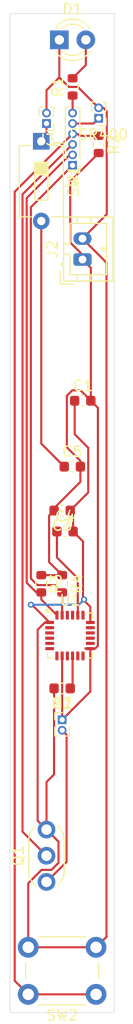
<source format=kicad_pcb>
(kicad_pcb (version 20240108) (generator "pcbnew") (generator_version "8.0")
  (title_block (title "pen") (rev "version1") (company "Shiyi"))
  (layers (0 "F.Cu" signal) (31 "B.Cu" signal) (34 "B.Paste" user) (35 "F.Paste" user) (36 "B.SilkS" user "B.Silkscreen") (37 "F.SilkS" user "F.Silkscreen") (38 "B.Mask" user) (39 "F.Mask" user) (44 "Edge.Cuts" user))
  (net 0 "")
  (net 1 "Net-(J2-Pin_1)")
  (net 2 "Net-(D1-K)")
  (net 3 "Net-(U1-REGOUT)")
  (net 4 "Net-(U1-CPOUT)")
  (net 5 "Net-(D1-A)")
  (net 6 "Net-(J1-Pin_5)")
  (net 7 "Net-(J1-Pin_1)")
  (net 8 "Net-(J1-Pin_3)")
  (net 9 "Net-(J1-Pin_6)")
  (net 10 "Net-(J1-Pin_4)")
  (net 11 "Net-(J1-Pin_2)")
  (net 12 "Net-(J3-Pin_1)")
  (net 13 "Net-(M1--)")
  (net 30 "Net-(SW1-B)")
  (footprint "Button_Switch_THT:SW_DIP_SPSTx01_Slide_6.7x4.1mm_W7.62mm_P2.54mm_LowProfile" (layer "F.Cu") (at 153 32.7 -90)
    (property "Reference" "SW1" (at 3.81 -3.11 90) (layer "F.SilkS"))
    (property "Value" "SW_SPST")
    (fp_line (start 0.4 2.11) (end 7.221 2.11) (stroke (width 0.12)) (layer "F.SilkS"))
    (fp_line (start 0.4 1.04) (end 0.4 2.11) (stroke (width 0.12)) (layer "F.SilkS"))
    (fp_line (start 7.221 0.99) (end 7.221 2.11) (stroke (width 0.12)) (layer "F.SilkS"))
    (fp_line (start 2 0.635) (end 5.62 0.635) (stroke (width 0.12)) (layer "F.SilkS"))
    (fp_line (start 5.62 0.635) (end 5.62 -0.635) (stroke (width 0.12)) (layer "F.SilkS"))
    (fp_line (start 2 0.565) (end 3.206667 0.565) (stroke (width 0.12)) (layer "F.SilkS"))
    (fp_line (start 2 0.445) (end 3.206667 0.445) (stroke (width 0.12)) (layer "F.SilkS"))
    (fp_line (start 2 0.325) (end 3.206667 0.325) (stroke (width 0.12)) (layer "F.SilkS"))
    (fp_line (start 2 0.205) (end 3.206667 0.205) (stroke (width 0.12)) (layer "F.SilkS"))
    (fp_line (start 2 0.085) (end 3.206667 0.085) (stroke (width 0.12)) (layer "F.SilkS"))
    (fp_line (start 2 -0.035) (end 3.206667 -0.035) (stroke (width 0.12)) (layer "F.SilkS"))
    (fp_line (start 2 -0.155) (end 3.206667 -0.155) (stroke (width 0.12)) (layer "F.SilkS"))
    (fp_line (start 2 -0.275) (end 3.206667 -0.275) (stroke (width 0.12)) (layer "F.SilkS"))
    (fp_line (start 2 -0.395) (end 3.206667 -0.395) (stroke (width 0.12)) (layer "F.SilkS"))
    (fp_line (start 2 -0.515) (end 3.206667 -0.515) (stroke (width 0.12)) (layer "F.SilkS"))
    (fp_line (start 2 -0.635) (end 2 0.635) (stroke (width 0.12)) (layer "F.SilkS"))
    (fp_line (start 3.206667 -0.635) (end 3.206667 0.635) (stroke (width 0.12)) (layer "F.SilkS"))
    (fp_line (start 5.62 -0.635) (end 2 -0.635) (stroke (width 0.12)) (layer "F.SilkS"))
    (fp_line (start 0.4 -2.11) (end 0.4 -1.04) (stroke (width 0.12)) (layer "F.SilkS"))
    (fp_line (start 0.4 -2.11) (end 7.221 -2.11) (stroke (width 0.12)) (layer "F.SilkS"))
    (fp_line (start 7.221 -2.11) (end 7.221 -0.99) (stroke (width 0.12)) (layer "F.SilkS"))
    (fp_line (start 0.16 -2.35) (end 0.16 -1.04) (stroke (width 0.12)) (layer "F.SilkS"))
    (fp_line (start 0.16 -2.35) (end 1.543 -2.35) (stroke (width 0.12)) (layer "F.SilkS"))
    (pad "1" thru_hole rect (at 0 0 270) (size 1.6 1.6) (drill 0.8) (layers "*.Cu" "*.Mask") (net 12 "Net-(J3-Pin_1)"))
    (pad "2" thru_hole oval (at 7.62 0 270) (size 1.6 1.6) (drill 0.8) (layers "*.Cu" "*.Mask") (net 30 "Net-(SW1-B)"))
  )
  (footprint "Resistor_SMD:R_0603_1608Metric" (layer "F.Cu") (at 155 75 -90)
    (property "Reference" "R4" (at 0 -1.43 90) (layer "F.SilkS"))
    (property "Value" "4.7K")
    (fp_line (start -0.237258 0.5225) (end 0.237258 0.5225) (stroke (width 0.12)) (layer "F.SilkS"))
    (fp_line (start -0.237258 -0.5225) (end 0.237258 -0.5225) (stroke (width 0.12)) (layer "F.SilkS"))
    (pad "1" smd roundrect (at -0.825 0 270) (size 0.8 0.95) (layers "F.Cu" "F.Paste" "F.Mask") (net 1 "Net-(J2-Pin_1)"))
    (pad "2" smd roundrect (at 0.825 0 270) (size 0.8 0.95) (layers "F.Cu" "F.Paste" "F.Mask") (net 7 "Net-(J1-Pin_1)"))
  )
  (footprint "Connector_PinHeader_1.00mm:PinHeader_1x02_P1.00mm_Vertical" (layer "F.Cu") (at 158.5 30.5 180)
    (property "Reference" "FSR400" (at 0 -1.56 0) (layer "F.SilkS"))
    (property "Value" "10K")
    (fp_line (start 0.695 0.685) (end 0.695 1.56) (stroke (width 0.12)) (layer "F.SilkS"))
    (fp_line (start 0.608276 0.685) (end 0.695 0.685) (stroke (width 0.12)) (layer "F.SilkS"))
    (fp_line (start 0.394493 1.56) (end 0.695 1.56) (stroke (width 0.12)) (layer "F.SilkS"))
    (fp_line (start -0.695 1.56) (end -0.394493 1.56) (stroke (width 0.12)) (layer "F.SilkS"))
    (fp_line (start -0.695 0.685) (end -0.608276 0.685) (stroke (width 0.12)) (layer "F.SilkS"))
    (fp_line (start -0.695 0.685) (end -0.695 1.56) (stroke (width 0.12)) (layer "F.SilkS"))
    (fp_line (start -0.695 0) (end -0.695 -0.685) (stroke (width 0.12)) (layer "F.SilkS"))
    (fp_line (start -0.695 -0.685) (end 0 -0.685) (stroke (width 0.12)) (layer "F.SilkS"))
    (pad "1" thru_hole rect (at 0 0 180) (size 0.85 0.85) (drill 0.5) (layers "*.Cu" "*.Mask") (net 6 "Net-(J1-Pin_5)"))
    (pad "2" thru_hole oval (at 0 1 180) (size 0.85 0.85) (drill 0.5) (layers "*.Cu" "*.Mask") (net 2 "Net-(D1-K)"))
  )
  (footprint "Connector_PinHeader_1.00mm:PinHeader_1x06_P1.00mm_Vertical" (layer "F.Cu") (at 156 35 180)
    (property "Reference" "J1" (at 0 -1.56 0) (layer "F.SilkS"))
    (property "Value" "Signal")
    (fp_line (start 0.695 0.685) (end 0.695 5.56) (stroke (width 0.12)) (layer "F.SilkS"))
    (fp_line (start 0.608276 0.685) (end 0.695 0.685) (stroke (width 0.12)) (layer "F.SilkS"))
    (fp_line (start 0.394493 5.56) (end 0.695 5.56) (stroke (width 0.12)) (layer "F.SilkS"))
    (fp_line (start -0.695 5.56) (end -0.394493 5.56) (stroke (width 0.12)) (layer "F.SilkS"))
    (fp_line (start -0.695 0.685) (end -0.608276 0.685) (stroke (width 0.12)) (layer "F.SilkS"))
    (fp_line (start -0.695 0.685) (end -0.695 5.56) (stroke (width 0.12)) (layer "F.SilkS"))
    (fp_line (start -0.695 0) (end -0.695 -0.685) (stroke (width 0.12)) (layer "F.SilkS"))
    (fp_line (start -0.695 -0.685) (end 0 -0.685) (stroke (width 0.12)) (layer "F.SilkS"))
    (pad "1" thru_hole rect (at 0 0 180) (size 0.85 0.85) (drill 0.5) (layers "*.Cu" "*.Mask") (net 7 "Net-(J1-Pin_1)"))
    (pad "2" thru_hole oval (at 0 1 180) (size 0.85 0.85) (drill 0.5) (layers "*.Cu" "*.Mask") (net 11 "Net-(J1-Pin_2)"))
    (pad "3" thru_hole oval (at 0 2 180) (size 0.85 0.85) (drill 0.5) (layers "*.Cu" "*.Mask") (net 8 "Net-(J1-Pin_3)"))
    (pad "4" thru_hole oval (at 0 3 180) (size 0.85 0.85) (drill 0.5) (layers "*.Cu" "*.Mask") (net 10 "Net-(J1-Pin_4)"))
    (pad "5" thru_hole oval (at 0 4 180) (size 0.85 0.85) (drill 0.5) (layers "*.Cu" "*.Mask") (net 6 "Net-(J1-Pin_5)"))
    (pad "6" thru_hole oval (at 0 5 180) (size 0.85 0.85) (drill 0.5) (layers "*.Cu" "*.Mask") (net 9 "Net-(J1-Pin_6)"))
  )
  (footprint "Sensor_Motion:InvenSense_QFN-24_4x4mm_P0.5mm" (layer "F.Cu") (at 155.75 79.95)
    (property "Reference" "U1" (at 0 -3.375 0) (layer "F.SilkS"))
    (property "Value" "MPU-6050")
    (fp_line (start -2.15 -1.685) (end -2.15 -1.91) (stroke (width 0.12)) (layer "F.SilkS"))
    (fp_line (start -2.15 2.15) (end -2.15 1.625) (stroke (width 0.12)) (layer "F.SilkS"))
    (fp_line (start -2.15 2.15) (end -1.625 2.15) (stroke (width 0.12)) (layer "F.SilkS"))
    (fp_line (start -1.625 -2.15) (end -1.85 -2.15) (stroke (width 0.12)) (layer "F.SilkS"))
    (fp_line (start 2.15 -2.15) (end 1.625 -2.15) (stroke (width 0.12)) (layer "F.SilkS"))
    (fp_line (start 2.15 -2.15) (end 2.15 -1.625) (stroke (width 0.12)) (layer "F.SilkS"))
    (fp_line (start 2.15 2.15) (end 1.625 2.15) (stroke (width 0.12)) (layer "F.SilkS"))
    (fp_line (start 2.15 2.15) (end 2.15 1.625) (stroke (width 0.12)) (layer "F.SilkS"))
    (fp_poly (pts (xy -2.15 -2.15) (xy -2.39 -2.48) (xy -1.91 -2.48) (xy -2.15 -2.15)) (stroke (width 0.12)) (fill solid) (layer "F.SilkS"))
    (pad "1" smd roundrect (at -1.95 -1.25) (size 0.85 0.3) (layers "F.Cu" "F.Paste" "F.Mask") (net 2 "Net-(D1-K)"))
    (pad "2" smd roundrect (at -1.95 -0.75) (size 0.85 0.3) (layers "F.Cu" "F.Paste" "F.Mask"))
    (pad "3" smd roundrect (at -1.95 -0.25) (size 0.85 0.3) (layers "F.Cu" "F.Paste" "F.Mask"))
    (pad "4" smd roundrect (at -1.95 0.25) (size 0.85 0.3) (layers "F.Cu" "F.Paste" "F.Mask"))
    (pad "5" smd roundrect (at -1.95 0.75) (size 0.85 0.3) (layers "F.Cu" "F.Paste" "F.Mask"))
    (pad "6" smd roundrect (at -1.95 1.25) (size 0.85 0.3) (layers "F.Cu" "F.Paste" "F.Mask"))
    (pad "7" smd roundrect (at -1.25 1.95 90) (size 0.85 0.3) (layers "F.Cu" "F.Paste" "F.Mask"))
    (pad "8" smd roundrect (at -0.75 1.95 90) (size 0.85 0.3) (layers "F.Cu" "F.Paste" "F.Mask") (net 1 "Net-(J2-Pin_1)"))
    (pad "9" smd roundrect (at -0.25 1.95 90) (size 0.85 0.3) (layers "F.Cu" "F.Paste" "F.Mask"))
    (pad "10" smd roundrect (at 0.25 1.95 90) (size 0.85 0.3) (layers "F.Cu" "F.Paste" "F.Mask") (net 3 "Net-(U1-REGOUT)"))
    (pad "11" smd roundrect (at 0.75 1.95 90) (size 0.85 0.3) (layers "F.Cu" "F.Paste" "F.Mask"))
    (pad "12" smd roundrect (at 1.25 1.95 90) (size 0.85 0.3) (layers "F.Cu" "F.Paste" "F.Mask"))
    (pad "13" smd roundrect (at 1.95 1.25) (size 0.85 0.3) (layers "F.Cu" "F.Paste" "F.Mask") (net 1 "Net-(J2-Pin_1)"))
    (pad "14" smd roundrect (at 1.95 0.75) (size 0.85 0.3) (layers "F.Cu" "F.Paste" "F.Mask"))
    (pad "15" smd roundrect (at 1.95 0.25) (size 0.85 0.3) (layers "F.Cu" "F.Paste" "F.Mask"))
    (pad "16" smd roundrect (at 1.95 -0.25) (size 0.85 0.3) (layers "F.Cu" "F.Paste" "F.Mask"))
    (pad "17" smd roundrect (at 1.95 -0.75) (size 0.85 0.3) (layers "F.Cu" "F.Paste" "F.Mask"))
    (pad "18" smd roundrect (at 1.95 -1.25) (size 0.85 0.3) (layers "F.Cu" "F.Paste" "F.Mask") (net 2 "Net-(D1-K)"))
    (pad "19" smd roundrect (at 1.25 -1.95 90) (size 0.85 0.3) (layers "F.Cu" "F.Paste" "F.Mask"))
    (pad "20" smd roundrect (at 0.75 -1.95 90) (size 0.85 0.3) (layers "F.Cu" "F.Paste" "F.Mask") (net 4 "Net-(U1-CPOUT)"))
    (pad "21" smd roundrect (at 0.25 -1.95 90) (size 0.85 0.3) (layers "F.Cu" "F.Paste" "F.Mask"))
    (pad "22" smd roundrect (at -0.25 -1.95 90) (size 0.85 0.3) (layers "F.Cu" "F.Paste" "F.Mask"))
    (pad "23" smd roundrect (at -0.75 -1.95 90) (size 0.85 0.3) (layers "F.Cu" "F.Paste" "F.Mask") (net 7 "Net-(J1-Pin_1)"))
    (pad "24" smd roundrect (at -1.25 -1.95 90) (size 0.85 0.3) (layers "F.Cu" "F.Paste" "F.Mask") (net 11 "Net-(J1-Pin_2)"))
  )
  (footprint "Capacitor_SMD:C_0603_1608Metric" (layer "F.Cu") (at 155 68 180)
    (property "Reference" "C3" (at 0 -1.43 0) (layer "F.SilkS"))
    (property "Value" "0.1U")
    (fp_line (start -0.14058 0.51) (end 0.14058 0.51) (stroke (width 0.12)) (layer "F.SilkS"))
    (fp_line (start -0.14058 -0.51) (end 0.14058 -0.51) (stroke (width 0.12)) (layer "F.SilkS"))
    (pad "1" smd roundrect (at -0.775 0 180) (size 0.9 0.95) (layers "F.Cu" "F.Paste" "F.Mask") (net 2 "Net-(D1-K)"))
    (pad "2" smd roundrect (at 0.775 0 180) (size 0.9 0.95) (layers "F.Cu" "F.Paste" "F.Mask") (net 1 "Net-(J2-Pin_1)"))
  )
  (footprint "Capacitor_SMD:C_0603_1608Metric" (layer "F.Cu") (at 155.275 70)
    (property "Reference" "C4" (at 0 -1.43 0) (layer "F.SilkS"))
    (property "Value" "2200PF")
    (fp_line (start -0.14058 -0.51) (end 0.14058 -0.51) (stroke (width 0.12)) (layer "F.SilkS"))
    (fp_line (start -0.14058 0.51) (end 0.14058 0.51) (stroke (width 0.12)) (layer "F.SilkS"))
    (pad "1" smd roundrect (at -0.775 0) (size 0.9 0.95) (layers "F.Cu" "F.Paste" "F.Mask") (net 4 "Net-(U1-CPOUT)"))
    (pad "2" smd roundrect (at 0.775 0) (size 0.9 0.95) (layers "F.Cu" "F.Paste" "F.Mask") (net 2 "Net-(D1-K)"))
  )
  (footprint "Capacitor_SMD:C_0603_1608Metric" (layer "F.Cu") (at 155 85 180)
    (property "Reference" "C2" (at 0 -1.43 0) (layer "F.SilkS"))
    (property "Value" "0.1U")
    (fp_line (start -0.14058 0.51) (end 0.14058 0.51) (stroke (width 0.12)) (layer "F.SilkS"))
    (fp_line (start -0.14058 -0.51) (end 0.14058 -0.51) (stroke (width 0.12)) (layer "F.SilkS"))
    (pad "1" smd roundrect (at -0.775 0 180) (size 0.9 0.95) (layers "F.Cu" "F.Paste" "F.Mask") (net 3 "Net-(U1-REGOUT)"))
    (pad "2" smd roundrect (at 0.775 0 180) (size 0.9 0.95) (layers "F.Cu" "F.Paste" "F.Mask") (net 2 "Net-(D1-K)"))
  )
  (footprint "Connector_PinHeader_1.00mm:PinHeader_1x02_P1.00mm_Vertical" (layer "F.Cu") (at 155 88)
    (property "Reference" "M1" (at 0 -1.56 0) (layer "F.SilkS"))
    (property "Value" "Motor_DC")
    (fp_line (start -0.695 -0.685) (end 0 -0.685) (stroke (width 0.12)) (layer "F.SilkS"))
    (fp_line (start -0.695 0) (end -0.695 -0.685) (stroke (width 0.12)) (layer "F.SilkS"))
    (fp_line (start -0.695 0.685) (end -0.695 1.56) (stroke (width 0.12)) (layer "F.SilkS"))
    (fp_line (start -0.695 0.685) (end -0.608276 0.685) (stroke (width 0.12)) (layer "F.SilkS"))
    (fp_line (start -0.695 1.56) (end -0.394493 1.56) (stroke (width 0.12)) (layer "F.SilkS"))
    (fp_line (start 0.394493 1.56) (end 0.695 1.56) (stroke (width 0.12)) (layer "F.SilkS"))
    (fp_line (start 0.608276 0.685) (end 0.695 0.685) (stroke (width 0.12)) (layer "F.SilkS"))
    (fp_line (start 0.695 0.685) (end 0.695 1.56) (stroke (width 0.12)) (layer "F.SilkS"))
    (pad "1" thru_hole rect (at 0 0) (size 0.85 0.85) (drill 0.5) (layers "*.Cu" "*.Mask") (net 1 "Net-(J2-Pin_1)"))
    (pad "2" thru_hole oval (at 0 1) (size 0.85 0.85) (drill 0.5) (layers "*.Cu" "*.Mask") (net 13 "Net-(M1--)"))
  )
  (footprint "Button_Switch_THT:SW_PUSH_6mm" (layer "F.Cu") (at 158.25 114.25 180)
    (property "Reference" "SW2" (at 3.25 -2 0) (layer "F.SilkS"))
    (property "Value" "SW_Push")
    (fp_line (start 6.75 3) (end 6.75 1.5) (stroke (width 0.12)) (layer "F.SilkS"))
    (fp_line (start 5.5 -1) (end 1 -1) (stroke (width 0.12)) (layer "F.SilkS"))
    (fp_line (start 1 5.5) (end 5.5 5.5) (stroke (width 0.12)) (layer "F.SilkS"))
    (fp_line (start -0.25 1.5) (end -0.25 3) (stroke (width 0.12)) (layer "F.SilkS"))
    (pad "1" thru_hole circle (at 0 0 270) (size 2 2) (drill 1.1) (layers "*.Cu" "*.Mask") (net 10 "Net-(J1-Pin_4)"))
    (pad "1" thru_hole circle (at 6.5 0 270) (size 2 2) (drill 1.1) (layers "*.Cu" "*.Mask") (net 10 "Net-(J1-Pin_4)"))
    (pad "2" thru_hole circle (at 0 4.5 270) (size 2 2) (drill 1.1) (layers "*.Cu" "*.Mask") (net 2 "Net-(D1-K)"))
    (pad "2" thru_hole circle (at 6.5 4.5 270) (size 2 2) (drill 1.1) (layers "*.Cu" "*.Mask") (net 2 "Net-(D1-K)"))
  )
  (footprint "Resistor_SMD:R_0603_1608Metric" (layer "F.Cu") (at 153 75 -90)
    (property "Reference" "R3" (at 0 -1.43 90) (layer "F.SilkS"))
    (property "Value" "4.7K")
    (fp_line (start -0.237258 0.5225) (end 0.237258 0.5225) (stroke (width 0.12)) (layer "F.SilkS"))
    (fp_line (start -0.237258 -0.5225) (end 0.237258 -0.5225) (stroke (width 0.12)) (layer "F.SilkS"))
    (pad "1" smd roundrect (at -0.825 0 270) (size 0.8 0.95) (layers "F.Cu" "F.Paste" "F.Mask") (net 1 "Net-(J2-Pin_1)"))
    (pad "2" smd roundrect (at 0.825 0 270) (size 0.8 0.95) (layers "F.Cu" "F.Paste" "F.Mask") (net 11 "Net-(J1-Pin_2)"))
  )
  (footprint "LED_THT:LED_D3.0mm" (layer "F.Cu") (at 154.73 23)
    (property "Reference" "D1" (at 1.27 -2.96 0) (layer "F.SilkS"))
    (property "Value" "LED")
    (fp_line (start -0.29 -1.236) (end -0.29 -1.08) (stroke (width 0.12)) (layer "F.SilkS"))
    (fp_line (start -0.29 1.08) (end -0.29 1.236) (stroke (width 0.12)) (layer "F.SilkS"))
    (fp_arc (start -0.29 -1.235516) (mid 1.365624 -1.987701) (end 2.941397 -1.080061) (stroke (width 0.12)) (layer "F.SilkS"))
    (fp_arc (start 0.229039 -1.08) (mid 1.269965 -1.5) (end 2.31091 -1.080049) (stroke (width 0.12)) (layer "F.SilkS"))
    (fp_arc (start 2.31091 1.080049) (mid 1.269965 1.5) (end 0.229039 1.08) (stroke (width 0.12)) (layer "F.SilkS"))
    (fp_arc (start 2.941397 1.080061) (mid 1.365624 1.987701) (end -0.29 1.235516) (stroke (width 0.12)) (layer "F.SilkS"))
    (pad "1" thru_hole rect (at 0 0) (size 1.8 1.8) (drill 0.9) (layers "*.Cu" "*.Mask") (net 2 "Net-(D1-K)"))
    (pad "2" thru_hole circle (at 2.54 0) (size 1.8 1.8) (drill 0.9) (layers "*.Cu" "*.Mask") (net 5 "Net-(D1-A)"))
  )
  (footprint "Capacitor_SMD:C_0603_1608Metric" (layer "F.Cu") (at 156.975 57.5)
    (property "Reference" "C1" (at 0 -1.43 0) (layer "F.SilkS"))
    (property "Value" "0.1U")
    (fp_line (start -0.14058 -0.51) (end 0.14058 -0.51) (stroke (width 0.12)) (layer "F.SilkS"))
    (fp_line (start -0.14058 0.51) (end 0.14058 0.51) (stroke (width 0.12)) (layer "F.SilkS"))
    (pad "1" smd roundrect (at -0.775 0) (size 0.9 0.95) (layers "F.Cu" "F.Paste" "F.Mask") (net 2 "Net-(D1-K)"))
    (pad "2" smd roundrect (at 0.775 0) (size 0.9 0.95) (layers "F.Cu" "F.Paste" "F.Mask") (net 1 "Net-(J2-Pin_1)"))
  )
  (footprint "Resistor_SMD:R_0603_1608Metric" (layer "F.Cu") (at 158.5 33 -90)
    (property "Reference" "R2" (at 0 -1.43 90) (layer "F.SilkS"))
    (property "Value" "10k")
    (fp_line (start -0.237258 0.5225) (end 0.237258 0.5225) (stroke (width 0.12)) (layer "F.SilkS"))
    (fp_line (start -0.237258 -0.5225) (end 0.237258 -0.5225) (stroke (width 0.12)) (layer "F.SilkS"))
    (pad "1" smd roundrect (at -0.825 0 270) (size 0.8 0.95) (layers "F.Cu" "F.Paste" "F.Mask") (net 10 "Net-(J1-Pin_4)"))
    (pad "2" smd roundrect (at 0.825 0 270) (size 0.8 0.95) (layers "F.Cu" "F.Paste" "F.Mask") (net 1 "Net-(J2-Pin_1)"))
  )
  (footprint "Capacitor_SMD:C_0603_1608Metric" (layer "F.Cu") (at 155.975 63.8)
    (property "Reference" "C5" (at 0 -1.43 0) (layer "F.SilkS"))
    (property "Value" "10uF")
    (fp_line (start -0.14058 -0.51) (end 0.14058 -0.51) (stroke (width 0.12)) (layer "F.SilkS"))
    (fp_line (start -0.14058 0.51) (end 0.14058 0.51) (stroke (width 0.12)) (layer "F.SilkS"))
    (pad "1" smd roundrect (at -0.775 0) (size 0.9 0.95) (layers "F.Cu" "F.Paste" "F.Mask") (net 30 "Net-(SW1-B)"))
    (pad "2" smd roundrect (at 0.775 0) (size 0.9 0.95) (layers "F.Cu" "F.Paste" "F.Mask") (net 1 "Net-(J2-Pin_1)"))
  )
  (footprint "Resistor_SMD:R_0603_1608Metric" (layer "F.Cu") (at 156 27.5 90)
    (property "Reference" "R1" (at 0 -1.43 90) (layer "F.SilkS"))
    (property "Value" "200")
    (fp_line (start -0.237258 -0.5225) (end 0.237258 -0.5225) (stroke (width 0.12)) (layer "F.SilkS"))
    (fp_line (start -0.237258 0.5225) (end 0.237258 0.5225) (stroke (width 0.12)) (layer "F.SilkS"))
    (pad "1" smd roundrect (at -0.825 0 90) (size 0.8 0.95) (layers "F.Cu" "F.Paste" "F.Mask") (net 9 "Net-(J1-Pin_6)"))
    (pad "2" smd roundrect (at 0.825 0 90) (size 0.8 0.95) (layers "F.Cu" "F.Paste" "F.Mask") (net 5 "Net-(D1-A)"))
  )
  (footprint "Connector_PinHeader_1.00mm:PinHeader_1x02_P1.00mm_Vertical" (layer "F.Cu") (at 153.5 31 180)
    (property "Reference" "J3" (at 0 -1.56 0) (layer "F.SilkS"))
    (property "Value" "Power")
    (fp_line (start 0.695 0.685) (end 0.695 1.56) (stroke (width 0.12)) (layer "F.SilkS"))
    (fp_line (start 0.608276 0.685) (end 0.695 0.685) (stroke (width 0.12)) (layer "F.SilkS"))
    (fp_line (start 0.394493 1.56) (end 0.695 1.56) (stroke (width 0.12)) (layer "F.SilkS"))
    (fp_line (start -0.695 1.56) (end -0.394493 1.56) (stroke (width 0.12)) (layer "F.SilkS"))
    (fp_line (start -0.695 0.685) (end -0.608276 0.685) (stroke (width 0.12)) (layer "F.SilkS"))
    (fp_line (start -0.695 0.685) (end -0.695 1.56) (stroke (width 0.12)) (layer "F.SilkS"))
    (fp_line (start -0.695 0) (end -0.695 -0.685) (stroke (width 0.12)) (layer "F.SilkS"))
    (fp_line (start -0.695 -0.685) (end 0 -0.685) (stroke (width 0.12)) (layer "F.SilkS"))
    (pad "1" thru_hole rect (at 0 0 180) (size 0.85 0.85) (drill 0.5) (layers "*.Cu" "*.Mask") (net 12 "Net-(J3-Pin_1)"))
    (pad "2" thru_hole oval (at 0 1 180) (size 0.85 0.85) (drill 0.5) (layers "*.Cu" "*.Mask") (net 2 "Net-(D1-K)"))
  )
  (footprint "Connector_JST:JST_PH_B2B-PH-K_1x02_P2.00mm_Vertical" (layer "F.Cu") (at 156.95 44 90)
    (property "Reference" "J2" (at 1 -2.9 90) (layer "F.SilkS"))
    (property "Value" "Battery")
    (fp_line (start -1.11 -2.11) (end -2.36 -2.11) (stroke (width 0.12)) (layer "F.SilkS"))
    (fp_line (start -2.36 -2.11) (end -2.36 -0.86) (stroke (width 0.12)) (layer "F.SilkS"))
    (fp_line (start -0.3 -2.01) (end -0.6 -2.01) (stroke (width 0.12)) (layer "F.SilkS"))
    (fp_line (start -0.6 -2.01) (end -0.6 -1.81) (stroke (width 0.12)) (layer "F.SilkS"))
    (fp_line (start -0.3 -1.91) (end -0.6 -1.91) (stroke (width 0.12)) (layer "F.SilkS"))
    (fp_line (start 4.06 -1.81) (end -2.06 -1.81) (stroke (width 0.12)) (layer "F.SilkS"))
    (fp_line (start 0.5 -1.81) (end 0.5 -1.2) (stroke (width 0.12)) (layer "F.SilkS"))
    (fp_line (start -0.3 -1.81) (end -0.3 -2.01) (stroke (width 0.12)) (layer "F.SilkS"))
    (fp_line (start -2.06 -1.81) (end -2.06 2.91) (stroke (width 0.12)) (layer "F.SilkS"))
    (fp_line (start 3.45 -1.2) (end 1.5 -1.2) (stroke (width 0.12)) (layer "F.SilkS"))
    (fp_line (start 1.5 -1.2) (end 1.5 -1.81) (stroke (width 0.12)) (layer "F.SilkS"))
    (fp_line (start 0.5 -1.2) (end -1.45 -1.2) (stroke (width 0.12)) (layer "F.SilkS"))
    (fp_line (start -1.45 -1.2) (end -1.45 2.3) (stroke (width 0.12)) (layer "F.SilkS"))
    (fp_line (start 4.06 -0.5) (end 3.45 -0.5) (stroke (width 0.12)) (layer "F.SilkS"))
    (fp_line (start -2.06 -0.5) (end -1.45 -0.5) (stroke (width 0.12)) (layer "F.SilkS"))
    (fp_line (start 4.06 0.8) (end 3.45 0.8) (stroke (width 0.12)) (layer "F.SilkS"))
    (fp_line (start -2.06 0.8) (end -1.45 0.8) (stroke (width 0.12)) (layer "F.SilkS"))
    (fp_line (start 1.1 1.8) (end 1.1 2.3) (stroke (width 0.12)) (layer "F.SilkS"))
    (fp_line (start 0.9 1.8) (end 1.1 1.8) (stroke (width 0.12)) (layer "F.SilkS"))
    (fp_line (start 3.45 2.3) (end 3.45 -1.2) (stroke (width 0.12)) (layer "F.SilkS"))
    (fp_line (start 1 2.3) (end 1 1.8) (stroke (width 0.12)) (layer "F.SilkS"))
    (fp_line (start 0.9 2.3) (end 0.9 1.8) (stroke (width 0.12)) (layer "F.SilkS"))
    (fp_line (start -1.45 2.3) (end 3.45 2.3) (stroke (width 0.12)) (layer "F.SilkS"))
    (fp_line (start 4.06 2.91) (end 4.06 -1.81) (stroke (width 0.12)) (layer "F.SilkS"))
    (fp_line (start -2.06 2.91) (end 4.06 2.91) (stroke (width 0.12)) (layer "F.SilkS"))
    (pad "1" thru_hole roundrect (at 0 0 90) (size 1.2 1.75) (drill 0.75) (layers "*.Cu" "*.Mask") (roundrect_rratio 0.208333) (net 1 "Net-(J2-Pin_1)"))
    (pad "2" thru_hole oval (at 2 0 90) (size 1.2 1.75) (drill 0.75) (layers "*.Cu" "*.Mask") (net 2 "Net-(D1-K)"))
  )
  (footprint "Crystal:Resonator-3Pin_W6.0mm_H3.0mm" (layer "F.Cu") (at 153.5 103.5 90)
    (property "Reference" "Q1" (at 2.5 -2.7 90) (layer "F.SilkS"))
    (property "Value" "NPN")
    (fp_line (start 1 -1.7) (end 4 -1.7) (stroke (width 0.12)) (layer "F.SilkS"))
    (fp_line (start 1 1.7) (end 4 1.7) (stroke (width 0.12)) (layer "F.SilkS"))
    (fp_arc (start 4 -1.7) (mid 4.743897 -1.5286) (end 5.33779 -1.048961) (stroke (width 0.12)) (layer "F.SilkS"))
    (fp_arc (start -0.33779 -1.048961) (mid 0.256102 -1.5286) (end 1 -1.7) (stroke (width 0.12)) (layer "F.SilkS"))
    (fp_arc (start 5.33779 1.048961) (mid 4.743898 1.5286) (end 4 1.7) (stroke (width 0.12)) (layer "F.SilkS"))
    (fp_arc (start 1 1.7) (mid 0.256103 1.5286) (end -0.33779 1.048961) (stroke (width 0.12)) (layer "F.SilkS"))
    (pad "1" thru_hole circle (at 0 0 90) (size 1.7 1.7) (drill 1) (layers "*.Cu" "*.Mask") (net 13 "Net-(M1--)"))
    (pad "2" thru_hole circle (at 2.5 0 90) (size 1.7 1.7) (drill 1) (layers "*.Cu" "*.Mask") (net 8 "Net-(J1-Pin_3)"))
    (pad "3" thru_hole circle (at 5 0 90) (size 1.7 1.7) (drill 1) (layers "*.Cu" "*.Mask") (net 2 "Net-(D1-K)"))
  )
  (gr_rect (start 150 20.5) (end 160 116) (stroke (width 0.05)) (fill none) (layer "Edge.Cuts"))
  (segment (start 156.75 56.5) (end 157.75 57.5) (width 0.2) (layer "F.Cu") (net 1))
  (segment (start 155 74) (end 154.8 73.8) (width 0.2) (layer "F.Cu") (net 1))
  (segment (start 157.75 57.5) (end 157.75 44.8) (width 0.2) (layer "F.Cu") (net 1))
  (segment (start 156.75 63.25) (end 155.45 61.95) (width 0.2) (layer "F.Cu") (net 1))
  (segment (start 155 74.175) (end 155 74) (width 0.2) (layer "F.Cu") (net 1))
  (segment (start 153.75 68.475) (end 154.225 68) (width 0.2) (layer "F.Cu") (net 1))
  (segment (start 154.225 67.775) (end 156.75 65.25) (width 0.2) (layer "F.Cu") (net 1))
  (segment (start 157.7 81.2) (end 158.15741 81.2) (width 0.2) (layer "F.Cu") (net 1))
  (segment (start 157.75 44.8) (end 156.95 44) (width 0.2) (layer "F.Cu") (net 1))
  (segment (start 158.425 80.93241) (end 158.425 58.175) (width 0.2) (layer "F.Cu") (net 1))
  (segment (start 155.976304 56.5) (end 156.75 56.5) (width 0.2) (layer "F.Cu") (net 1))
  (segment (start 153 74.175) (end 155 74.175) (width 0.2) (layer "F.Cu") (net 1))
  (segment (start 155 74.175) (end 153.75 72.925) (width 0.2) (layer "F.Cu") (net 1))
  (segment (start 153.75 72.925) (end 153.75 68.475) (width 0.2) (layer "F.Cu") (net 1))
  (segment (start 156.75 63.8) (end 156.75 63.25) (width 0.2) (layer "F.Cu") (net 1))
  (segment (start 155 81.9) (end 155 88) (width 0.2) (layer "F.Cu") (net 1))
  (segment (start 155 81.9) (end 155 85.448696) (width 0.2) (layer "F.Cu") (net 1))
  (segment (start 157.7 81.2) (end 157.7 85.3) (width 0.2) (layer "F.Cu") (net 1))
  (segment (start 155.45 61.95) (end 155.45 57.026304) (width 0.2) (layer "F.Cu") (net 1))
  (segment (start 155.45 57.026304) (end 155.976304 56.5) (width 0.2) (layer "F.Cu") (net 1))
  (segment (start 156.95 43.547792) (end 155.775 42.372792) (width 0.2) (layer "F.Cu") (net 1))
  (segment (start 158.15741 81.2) (end 158.425 80.93241) (width 0.2) (layer "F.Cu") (net 1))
  (segment (start 158.825 33.825) (end 158.5 33.825) (width 0.2) (layer "F.Cu") (net 1))
  (segment (start 157.7 85.3) (end 155 88) (width 0.2) (layer "F.Cu") (net 1))
  (segment (start 158.425 58.175) (end 157.75 57.5) (width 0.2) (layer "F.Cu") (net 1))
  (segment (start 154.225 68) (end 154.225 67.775) (width 0.2) (layer "F.Cu") (net 1))
  (segment (start 155.775 42.372792) (end 155.775 36.55) (width 0.2) (layer "F.Cu") (net 1))
  (segment (start 157.25 81.2) (end 157.225 81.175) (width 0.2) (layer "F.Cu") (net 1))
  (segment (start 156.75 65.25) (end 156.75 63.8) (width 0.2) (layer "F.Cu") (net 1))
  (segment (start 155.775 36.55) (end 158.5 33.825) (width 0.2) (layer "F.Cu") (net 1))
  (segment (start 156.95 44) (end 156.95 43.547792) (width 0.2) (layer "F.Cu") (net 1))
  (segment (start 153.5 30) (end 153.5 27.822648) (width 0.2) (layer "F.Cu") (net 2))
  (segment (start 154.225 85) (end 154.225 93.225) (width 0.2) (layer "F.Cu") (net 2))
  (segment (start 157 70.95) (end 156.05 70) (width 0.2) (layer "F.Cu") (net 2))
  (segment (start 152.65 83.5) (end 152.65 79.39259) (width 0.2) (layer "F.Cu") (net 2))
  (segment (start 153.976346 102.35) (end 153.023654 102.35) (width 0.2) (layer "F.Cu") (net 2))
  (segment (start 156.05 70) (end 156.05 68.275) (width 0.2) (layer "F.Cu") (net 2))
  (segment (start 156.05 68.275) (end 155.775 68) (width 0.2) (layer "F.Cu") (net 2))
  (segment (start 157.5 66.275) (end 157.5 62) (width 0.2) (layer "F.Cu") (net 2))
  (segment (start 157 76.5) (end 157 70.95) (width 0.2) (layer "F.Cu") (net 2))
  (segment (start 153.8 78.7) (end 152.1 77) (width 0.2) (layer "F.Cu") (net 2))
  (segment (start 156.2 57.5) (end 156 57.7) (width 0.2) (layer "F.Cu") (net 2))
  (segment (start 154.73 26.592648) (end 155.637352 27.5) (width 0.2) (layer "F.Cu") (net 2))
  (segment (start 154.225 85) (end 154.15 85) (width 0.2) (layer "F.Cu") (net 2))
  (segment (start 157.7 77.2) (end 157 76.5) (width 0.2) (layer "F.Cu") (net 2))
  (segment (start 153.5 98.5) (end 152.65 97.65) (width 0.2) (layer "F.Cu") (net 2))
  (segment (start 156.2 60.7) (end 156.2 57.5) (width 0.2) (layer "F.Cu") (net 2))
  (segment (start 153.023654 102.35) (end 151.75 103.623654) (width 0.2) (layer "F.Cu") (net 2))
  (segment (start 153.5 93.95) (end 153.5 98.5) (width 0.2) (layer "F.Cu") (net 2))
  (segment (start 154.65 101.676346) (end 153.976346 102.35) (width 0.2) (layer "F.Cu") (net 2))
  (segment (start 154.73 23) (end 154.73 26.592648) (width 0.2) (layer "F.Cu") (net 2))
  (segment (start 157.7 78) (end 157.7 77.2) (width 0.2) (layer "F.Cu") (net 2))
  (segment (start 159.25 108.75) (end 159.25 44.3) (width 0.2) (layer "F.Cu") (net 2))
  (segment (start 159.275 108.725) (end 158.25 109.75) (width 0.2) (layer "F.Cu") (net 2))
  (segment (start 151.75 103.623654) (end 151.75 109.75) (width 0.2) (layer "F.Cu") (net 2))
  (segment (start 152.65 97.65) (end 152.65 83.5) (width 0.2) (layer "F.Cu") (net 2))
  (segment (start 151.75 109.75) (end 158.25 109.75) (width 0.2) (layer "F.Cu") (net 2))
  (segment (start 155.637352 27.5) (end 156.5 27.5) (width 0.2) (layer "F.Cu") (net 2))
  (segment (start 159.25 44.3) (end 156.95 42) (width 0.2) (layer "F.Cu") (net 2))
  (segment (start 158.5 29.5) (end 158.95 29.5) (width 0.2) (layer "F.Cu") (net 2))
  (segment (start 153.5 98.5) (end 154.65 99.65) (width 0.2) (layer "F.Cu") (net 2))
  (segment (start 158.95 29.5) (end 159.275 29.825) (width 0.2) (layer "F.Cu") (net 2))
  (segment (start 154.225 93.225) (end 153.5 93.95) (width 0.2) (layer "F.Cu") (net 2))
  (segment (start 156.5 27.5) (end 158.5 29.5) (width 0.2) (layer "F.Cu") (net 2))
  (segment (start 152.1 77) (end 152 77) (width 0.2) (layer "F.Cu") (net 2))
  (segment (start 159.275 29.825) (end 159.275 39.675) (width 0.2) (layer "F.Cu") (net 2))
  (segment (start 159.275 39.675) (end 156.95 42) (width 0.2) (layer "F.Cu") (net 2))
  (segment (start 152.65 79.39259) (end 153.34259 78.7) (width 0.2) (layer "F.Cu") (net 2))
  (segment (start 154.65 99.65) (end 154.65 101.676346) (width 0.2) (layer "F.Cu") (net 2))
  (segment (start 153.5 27.822648) (end 154.73 26.592648) (width 0.2) (layer "F.Cu") (net 2))
  (segment (start 157.7 78.7) (end 157.7 78) (width 0.2) (layer "F.Cu") (net 2))
  (segment (start 157.5 62) (end 156.2 60.7) (width 0.2) (layer "F.Cu") (net 2))
  (segment (start 158.25 109.75) (end 159.25 108.75) (width 0.2) (layer "F.Cu") (net 2))
  (segment (start 155.775 68) (end 157.5 66.275) (width 0.2) (layer "F.Cu") (net 2))
  (segment (start 153.34259 78.7) (end 153.8 78.7) (width 0.2) (layer "F.Cu") (net 2))
  (via (at 152 77) (size 0.6) (drill 0.3) (layers "F.Cu" "B.Cu") (net 2))
  (via (at 157.1 76.5) (size 0.6) (drill 0.3) (layers "F.Cu" "B.Cu") (net 2))
  (segment (start 156.6 77) (end 157.1 76.5) (width 0.2) (layer "B.Cu") (net 2))
  (segment (start 152 77) (end 156.6 77) (width 0.2) (layer "B.Cu") (net 2))
  (segment (start 156 81.9) (end 156 84.775) (width 0.2) (layer "F.Cu") (net 3))
  (segment (start 156 84.775) (end 155.775 85) (width 0.2) (layer "F.Cu") (net 3))
  (segment (start 156.5 74.487352) (end 156.5 78) (width 0.2) (layer "F.Cu") (net 4))
  (segment (start 154.5 72.5) (end 154.512648 72.5) (width 0.2) (layer "F.Cu") (net 4))
  (segment (start 154.5 70) (end 154.5 72.5) (width 0.2) (layer "F.Cu") (net 4))
  (segment (start 154.512648 72.5) (end 156.5 74.487352) (width 0.2) (layer "F.Cu") (net 4))
  (segment (start 157.27 23) (end 157.27 25.405) (width 0.2) (layer "F.Cu") (net 5))
  (segment (start 157.27 25.405) (end 156 26.675) (width 0.2) (layer "F.Cu") (net 5))
  (segment (start 158.5 30.5) (end 158 31) (width 0.2) (layer "F.Cu") (net 6))
  (segment (start 158 31) (end 156 31) (width 0.2) (layer "F.Cu") (net 6))
  (segment (start 152.625 75.125) (end 152 74.5) (width 0.2) (layer "F.Cu") (net 7))
  (segment (start 152 74.5) (end 152 39) (width 0.2) (layer "F.Cu") (net 7))
  (segment (start 152 39) (end 156 35) (width 0.2) (layer "F.Cu") (net 7))
  (segment (start 155 75.825) (end 154.3 75.125) (width 0.2) (layer "F.Cu") (net 7))
  (segment (start 155 75.825) (end 155 78) (width 0.2) (layer "F.Cu") (net 7))
  (segment (start 154.3 75.125) (end 152.625 75.125) (width 0.2) (layer "F.Cu") (net 7))
  (segment (start 155.833274 33) (end 156 33) (width 0.2) (layer "F.Cu") (net 8))
  (segment (start 151.2 37.774695) (end 151.2 98.7) (width 0.2) (layer "F.Cu") (net 8))
  (segment (start 156 33) (end 155.974695 33) (width 0.2) (layer "F.Cu") (net 8))
  (segment (start 151.2 98.7) (end 153.5 101) (width 0.2) (layer "F.Cu") (net 8))
  (segment (start 155.974695 33) (end 151.2 37.774695) (width 0.2) (layer "F.Cu") (net 8))
  (segment (start 156 28.325) (end 156 30) (width 0.2) (layer "F.Cu") (net 9))
  (segment (start 150.45 37.524695) (end 155.974695 32) (width 0.2) (layer "F.Cu") (net 10))
  (segment (start 151.75 114.25) (end 150.45 112.95) (width 0.2) (layer "F.Cu") (net 10))
  (segment (start 156 32) (end 156.5 32) (width 0.2) (layer "F.Cu") (net 10))
  (segment (start 150.45 112.95) (end 150.45 37.524695) (width 0.2) (layer "F.Cu") (net 10))
  (segment (start 155.974695 32) (end 156 32) (width 0.2) (layer "F.Cu") (net 10))
  (segment (start 151.75 114.25) (end 158.25 114.25) (width 0.2) (layer "F.Cu") (net 10))
  (segment (start 156.675 32.175) (end 158.5 32.175) (width 0.2) (layer "F.Cu") (net 10))
  (segment (start 156.5 32) (end 156.675 32.175) (width 0.2) (layer "F.Cu") (net 10))
  (segment (start 155.725 34) (end 156 34) (width 0.2) (layer "F.Cu") (net 11))
  (segment (start 153 76.5) (end 154.5 78) (width 0.2) (layer "F.Cu") (net 11))
  (segment (start 153 75.825) (end 153 76.5) (width 0.2) (layer "F.Cu") (net 11))
  (segment (start 152.525 75.825) (end 151.6 74.9) (width 0.2) (layer "F.Cu") (net 11))
  (segment (start 153 75.825) (end 152.525 75.825) (width 0.2) (layer "F.Cu") (net 11))
  (segment (start 151.6 74.9) (end 151.6 38.125) (width 0.2) (layer "F.Cu") (net 11))
  (segment (start 151.6 38.125) (end 155.725 34) (width 0.2) (layer "F.Cu") (net 11))
  (segment (start 153.5 31) (end 153.5 32.2) (width 0.2) (layer "F.Cu") (net 12))
  (segment (start 153.5 32.2) (end 153 32.7) (width 0.2) (layer "F.Cu") (net 12))
  (segment (start 155.424999 89.424999) (end 155.424999 101.575001) (width 0.2) (layer "F.Cu") (net 13))
  (segment (start 155.424999 101.575001) (end 153.5 103.5) (width 0.2) (layer "F.Cu") (net 13))
  (segment (start 155 89) (end 155.424999 89.424999) (width 0.2) (layer "F.Cu") (net 13))
  (segment (start 153 40.32) (end 153 61.6) (width 0.2) (layer "F.Cu") (net 30))
  (segment (start 153 61.6) (end 155.2 63.8) (width 0.2) (layer "F.Cu") (net 30))
)
</source>
